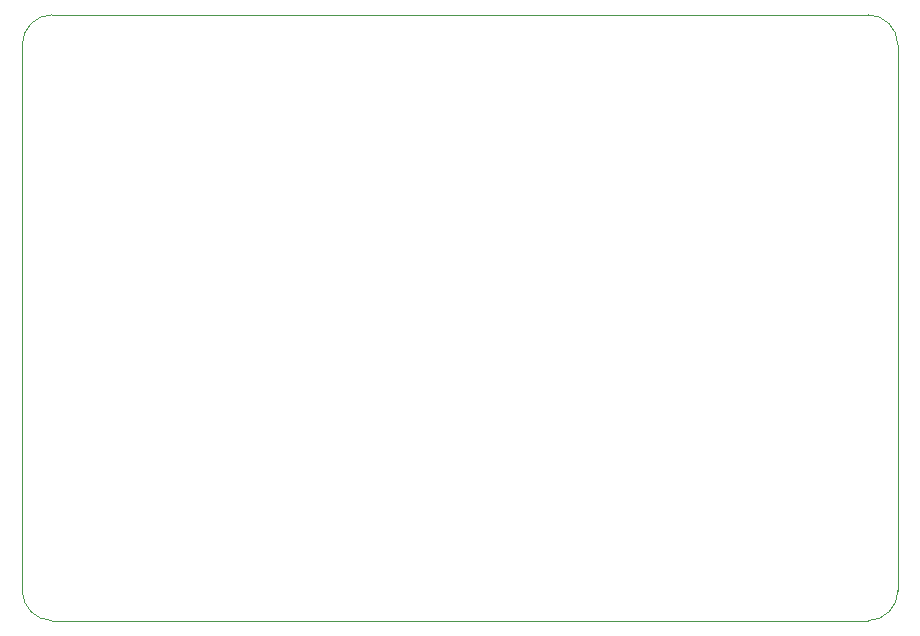
<source format=gbr>
%TF.GenerationSoftware,KiCad,Pcbnew,8.0.6*%
%TF.CreationDate,2025-03-31T15:52:22-05:00*%
%TF.ProjectId,ESP32,45535033-322e-46b6-9963-61645f706362,rev?*%
%TF.SameCoordinates,Original*%
%TF.FileFunction,Profile,NP*%
%FSLAX46Y46*%
G04 Gerber Fmt 4.6, Leading zero omitted, Abs format (unit mm)*
G04 Created by KiCad (PCBNEW 8.0.6) date 2025-03-31 15:52:22*
%MOMM*%
%LPD*%
G01*
G04 APERTURE LIST*
%TA.AperFunction,Profile*%
%ADD10C,0.050000*%
%TD*%
G04 APERTURE END LIST*
D10*
X186417952Y-66931065D02*
X186417952Y-113157000D01*
X114825986Y-64413350D02*
X183896000Y-64413350D01*
X112285987Y-66929000D02*
G75*
G02*
X114825986Y-64413369I2540013J-24500D01*
G01*
X112285987Y-113157000D02*
X112285987Y-66929000D01*
X114808000Y-115697000D02*
G75*
G02*
X112286036Y-113157000I18100J2540000D01*
G01*
X183896000Y-115697000D02*
X114808000Y-115697000D01*
X183896000Y-64413350D02*
G75*
G02*
X186417954Y-66931065I4200J-2517750D01*
G01*
X186419930Y-113160238D02*
G75*
G02*
X183896000Y-115697059I-2524630J-12162D01*
G01*
M02*

</source>
